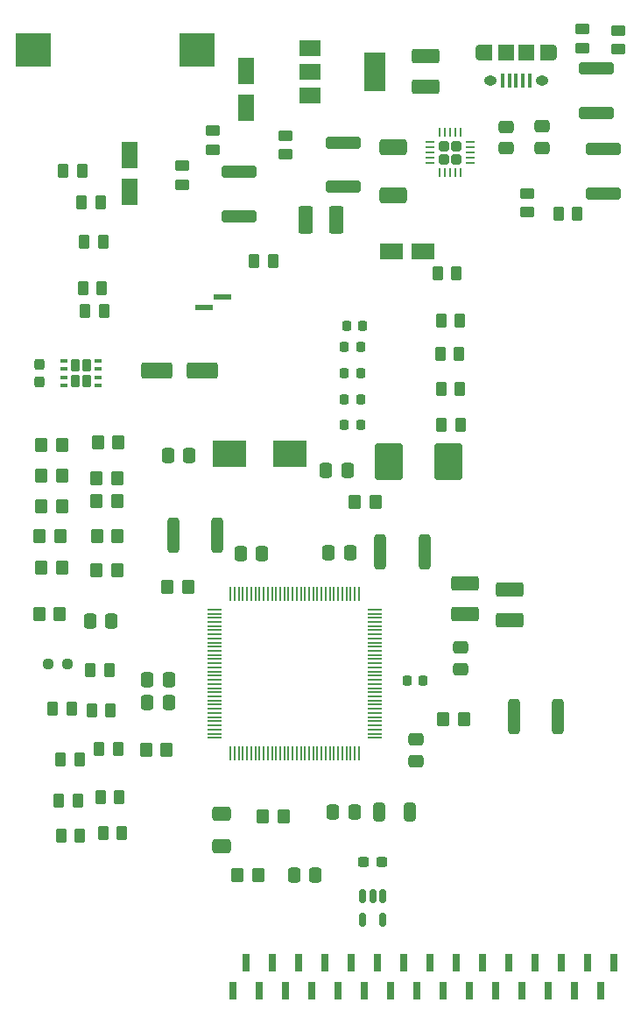
<source format=gbr>
%TF.GenerationSoftware,KiCad,Pcbnew,7.0.10*%
%TF.CreationDate,2024-02-23T13:31:41+03:00*%
%TF.ProjectId,Artorg_Board,4172746f-7267-45f4-926f-6172642e6b69,rev?*%
%TF.SameCoordinates,Original*%
%TF.FileFunction,Paste,Top*%
%TF.FilePolarity,Positive*%
%FSLAX46Y46*%
G04 Gerber Fmt 4.6, Leading zero omitted, Abs format (unit mm)*
G04 Created by KiCad (PCBNEW 7.0.10) date 2024-02-23 13:31:41*
%MOMM*%
%LPD*%
G01*
G04 APERTURE LIST*
G04 Aperture macros list*
%AMRoundRect*
0 Rectangle with rounded corners*
0 $1 Rounding radius*
0 $2 $3 $4 $5 $6 $7 $8 $9 X,Y pos of 4 corners*
0 Add a 4 corners polygon primitive as box body*
4,1,4,$2,$3,$4,$5,$6,$7,$8,$9,$2,$3,0*
0 Add four circle primitives for the rounded corners*
1,1,$1+$1,$2,$3*
1,1,$1+$1,$4,$5*
1,1,$1+$1,$6,$7*
1,1,$1+$1,$8,$9*
0 Add four rect primitives between the rounded corners*
20,1,$1+$1,$2,$3,$4,$5,0*
20,1,$1+$1,$4,$5,$6,$7,0*
20,1,$1+$1,$6,$7,$8,$9,0*
20,1,$1+$1,$8,$9,$2,$3,0*%
G04 Aperture macros list end*
%ADD10RoundRect,0.237500X0.237500X-0.300000X0.237500X0.300000X-0.237500X0.300000X-0.237500X-0.300000X0*%
%ADD11RoundRect,0.237500X0.300000X0.237500X-0.300000X0.237500X-0.300000X-0.237500X0.300000X-0.237500X0*%
%ADD12R,1.475000X0.200000*%
%ADD13R,0.200000X1.475000*%
%ADD14R,1.750000X0.600000*%
%ADD15RoundRect,0.250000X-0.350000X-0.450000X0.350000X-0.450000X0.350000X0.450000X-0.350000X0.450000X0*%
%ADD16RoundRect,0.062500X0.350000X-0.062500X0.350000X0.062500X-0.350000X0.062500X-0.350000X-0.062500X0*%
%ADD17RoundRect,0.062500X0.062500X-0.350000X0.062500X0.350000X-0.062500X0.350000X-0.062500X-0.350000X0*%
%ADD18RoundRect,0.250000X0.255000X-0.255000X0.255000X0.255000X-0.255000X0.255000X-0.255000X-0.255000X0*%
%ADD19R,3.325000X2.500000*%
%ADD20RoundRect,0.150000X-0.150000X0.512500X-0.150000X-0.512500X0.150000X-0.512500X0.150000X0.512500X0*%
%ADD21R,2.000000X1.500000*%
%ADD22R,2.000000X3.800000*%
%ADD23RoundRect,0.100000X-0.225000X-0.100000X0.225000X-0.100000X0.225000X0.100000X-0.225000X0.100000X0*%
%ADD24RoundRect,0.222500X-0.222500X-0.382500X0.222500X-0.382500X0.222500X0.382500X-0.222500X0.382500X0*%
%ADD25RoundRect,0.250000X-0.262500X-0.450000X0.262500X-0.450000X0.262500X0.450000X-0.262500X0.450000X0*%
%ADD26RoundRect,0.250000X0.350000X0.450000X-0.350000X0.450000X-0.350000X-0.450000X0.350000X-0.450000X0*%
%ADD27RoundRect,0.237500X0.250000X0.237500X-0.250000X0.237500X-0.250000X-0.237500X0.250000X-0.237500X0*%
%ADD28RoundRect,0.250000X0.262500X0.450000X-0.262500X0.450000X-0.262500X-0.450000X0.262500X-0.450000X0*%
%ADD29RoundRect,0.250000X0.450000X-0.262500X0.450000X0.262500X-0.450000X0.262500X-0.450000X-0.262500X0*%
%ADD30RoundRect,0.250000X-0.450000X0.262500X-0.450000X-0.262500X0.450000X-0.262500X0.450000X0.262500X0*%
%ADD31R,0.650000X1.800000*%
%ADD32R,1.500000X1.550000*%
%ADD33R,1.200000X1.550000*%
%ADD34R,0.400000X1.350000*%
%ADD35O,1.250000X0.950000*%
%ADD36O,0.890000X1.550000*%
%ADD37RoundRect,0.249999X-1.075001X0.512501X-1.075001X-0.512501X1.075001X-0.512501X1.075001X0.512501X0*%
%ADD38RoundRect,0.250000X-0.312500X-1.450000X0.312500X-1.450000X0.312500X1.450000X-0.312500X1.450000X0*%
%ADD39RoundRect,0.250000X0.312500X1.450000X-0.312500X1.450000X-0.312500X-1.450000X0.312500X-1.450000X0*%
%ADD40RoundRect,0.250001X-1.074999X0.462499X-1.074999X-0.462499X1.074999X-0.462499X1.074999X0.462499X0*%
%ADD41RoundRect,0.250001X1.074999X-0.462499X1.074999X0.462499X-1.074999X0.462499X-1.074999X-0.462499X0*%
%ADD42RoundRect,0.250000X1.450000X-0.312500X1.450000X0.312500X-1.450000X0.312500X-1.450000X-0.312500X0*%
%ADD43RoundRect,0.250001X-0.462499X-1.074999X0.462499X-1.074999X0.462499X1.074999X-0.462499X1.074999X0*%
%ADD44RoundRect,0.250000X-0.650000X0.412500X-0.650000X-0.412500X0.650000X-0.412500X0.650000X0.412500X0*%
%ADD45RoundRect,0.250000X-0.325000X-0.650000X0.325000X-0.650000X0.325000X0.650000X-0.325000X0.650000X0*%
%ADD46RoundRect,0.250000X-0.337500X-0.475000X0.337500X-0.475000X0.337500X0.475000X-0.337500X0.475000X0*%
%ADD47RoundRect,0.225000X-0.225000X-0.250000X0.225000X-0.250000X0.225000X0.250000X-0.225000X0.250000X0*%
%ADD48RoundRect,0.250000X0.337500X0.475000X-0.337500X0.475000X-0.337500X-0.475000X0.337500X-0.475000X0*%
%ADD49RoundRect,0.250000X0.475000X-0.337500X0.475000X0.337500X-0.475000X0.337500X-0.475000X-0.337500X0*%
%ADD50RoundRect,0.250000X-0.475000X0.337500X-0.475000X-0.337500X0.475000X-0.337500X0.475000X0.337500X0*%
%ADD51RoundRect,0.250000X-1.112500X-1.500000X1.112500X-1.500000X1.112500X1.500000X-1.112500X1.500000X0*%
%ADD52RoundRect,0.250000X-1.250000X-0.550000X1.250000X-0.550000X1.250000X0.550000X-1.250000X0.550000X0*%
%ADD53RoundRect,0.250000X0.550000X-1.050000X0.550000X1.050000X-0.550000X1.050000X-0.550000X-1.050000X0*%
%ADD54R,2.200000X1.600000*%
%ADD55R,3.500000X3.300000*%
G04 APERTURE END LIST*
D10*
%TO.C,C25*%
X153466800Y-75023600D03*
X153466800Y-73298600D03*
%TD*%
D11*
%TO.C,C26*%
X186580400Y-121437400D03*
X184855400Y-121437400D03*
%TD*%
D12*
%TO.C,IC1*%
X170433800Y-97009200D03*
X170433800Y-97409200D03*
X170433800Y-97809200D03*
X170433800Y-98209200D03*
X170433800Y-98609200D03*
X170433800Y-99009200D03*
X170433800Y-99409200D03*
X170433800Y-99809200D03*
X170433800Y-100209200D03*
X170433800Y-100609200D03*
X170433800Y-101009200D03*
X170433800Y-101409200D03*
X170433800Y-101809200D03*
X170433800Y-102209200D03*
X170433800Y-102609200D03*
X170433800Y-103009200D03*
X170433800Y-103409200D03*
X170433800Y-103809200D03*
X170433800Y-104209200D03*
X170433800Y-104609200D03*
X170433800Y-105009200D03*
X170433800Y-105409200D03*
X170433800Y-105809200D03*
X170433800Y-106209200D03*
X170433800Y-106609200D03*
X170433800Y-107009200D03*
X170433800Y-107409200D03*
X170433800Y-107809200D03*
X170433800Y-108209200D03*
X170433800Y-108609200D03*
X170433800Y-109009200D03*
X170433800Y-109409200D03*
D13*
X171971800Y-110947200D03*
X172371800Y-110947200D03*
X172771800Y-110947200D03*
X173171800Y-110947200D03*
X173571800Y-110947200D03*
X173971800Y-110947200D03*
X174371800Y-110947200D03*
X174771800Y-110947200D03*
X175171800Y-110947200D03*
X175571800Y-110947200D03*
X175971800Y-110947200D03*
X176371800Y-110947200D03*
X176771800Y-110947200D03*
X177171800Y-110947200D03*
X177571800Y-110947200D03*
X177971800Y-110947200D03*
X178371800Y-110947200D03*
X178771800Y-110947200D03*
X179171800Y-110947200D03*
X179571800Y-110947200D03*
X179971800Y-110947200D03*
X180371800Y-110947200D03*
X180771800Y-110947200D03*
X181171800Y-110947200D03*
X181571800Y-110947200D03*
X181971800Y-110947200D03*
X182371800Y-110947200D03*
X182771800Y-110947200D03*
X183171800Y-110947200D03*
X183571800Y-110947200D03*
X183971800Y-110947200D03*
X184371800Y-110947200D03*
D12*
X185909800Y-109409200D03*
X185909800Y-109009200D03*
X185909800Y-108609200D03*
X185909800Y-108209200D03*
X185909800Y-107809200D03*
X185909800Y-107409200D03*
X185909800Y-107009200D03*
X185909800Y-106609200D03*
X185909800Y-106209200D03*
X185909800Y-105809200D03*
X185909800Y-105409200D03*
X185909800Y-105009200D03*
X185909800Y-104609200D03*
X185909800Y-104209200D03*
X185909800Y-103809200D03*
X185909800Y-103409200D03*
X185909800Y-103009200D03*
X185909800Y-102609200D03*
X185909800Y-102209200D03*
X185909800Y-101809200D03*
X185909800Y-101409200D03*
X185909800Y-101009200D03*
X185909800Y-100609200D03*
X185909800Y-100209200D03*
X185909800Y-99809200D03*
X185909800Y-99409200D03*
X185909800Y-99009200D03*
X185909800Y-98609200D03*
X185909800Y-98209200D03*
X185909800Y-97809200D03*
X185909800Y-97409200D03*
X185909800Y-97009200D03*
D13*
X184371800Y-95471200D03*
X183971800Y-95471200D03*
X183571800Y-95471200D03*
X183171800Y-95471200D03*
X182771800Y-95471200D03*
X182371800Y-95471200D03*
X181971800Y-95471200D03*
X181571800Y-95471200D03*
X181171800Y-95471200D03*
X180771800Y-95471200D03*
X180371800Y-95471200D03*
X179971800Y-95471200D03*
X179571800Y-95471200D03*
X179171800Y-95471200D03*
X178771800Y-95471200D03*
X178371800Y-95471200D03*
X177971800Y-95471200D03*
X177571800Y-95471200D03*
X177171800Y-95471200D03*
X176771800Y-95471200D03*
X176371800Y-95471200D03*
X175971800Y-95471200D03*
X175571800Y-95471200D03*
X175171800Y-95471200D03*
X174771800Y-95471200D03*
X174371800Y-95471200D03*
X173971800Y-95471200D03*
X173571800Y-95471200D03*
X173171800Y-95471200D03*
X172771800Y-95471200D03*
X172371800Y-95471200D03*
X171971800Y-95471200D03*
%TD*%
D14*
%TO.C,J8*%
X171170600Y-66827400D03*
X169420600Y-67827400D03*
%TD*%
D15*
%TO.C,R32*%
X153482800Y-89916000D03*
X155482800Y-89916000D03*
%TD*%
D16*
%TO.C,U3*%
X191270300Y-53847400D03*
X191270300Y-53347400D03*
X191270300Y-52847400D03*
X191270300Y-52347400D03*
X191270300Y-51847400D03*
D17*
X192207800Y-50909900D03*
X192707800Y-50909900D03*
X193207800Y-50909900D03*
X193707800Y-50909900D03*
X194207800Y-50909900D03*
D16*
X195145300Y-51847400D03*
X195145300Y-52347400D03*
X195145300Y-52847400D03*
X195145300Y-53347400D03*
X195145300Y-53847400D03*
D17*
X194207800Y-54784900D03*
X193707800Y-54784900D03*
X193207800Y-54784900D03*
X192707800Y-54784900D03*
X192207800Y-54784900D03*
D18*
X193832800Y-53472400D03*
X192582800Y-53472400D03*
X192582800Y-52222400D03*
X193832800Y-52222400D03*
%TD*%
D19*
%TO.C,Y1*%
X171890300Y-81965800D03*
X177715300Y-81965800D03*
%TD*%
D20*
%TO.C,U4*%
X186659600Y-124750400D03*
X185709600Y-124750400D03*
X184759600Y-124750400D03*
X184759600Y-127025400D03*
X186659600Y-127025400D03*
%TD*%
D21*
%TO.C,U2*%
X179627000Y-42759600D03*
D22*
X185927000Y-45059600D03*
D21*
X179627000Y-45059600D03*
X179627000Y-47359600D03*
%TD*%
D23*
%TO.C,U1*%
X159156400Y-72974200D03*
X159156400Y-73774200D03*
X159156400Y-74574200D03*
X159156400Y-75374200D03*
X155856400Y-75374200D03*
X155856400Y-74574200D03*
X155856400Y-73774200D03*
X155856400Y-72974200D03*
D24*
X158056400Y-74924200D03*
X156956400Y-74924200D03*
X158056400Y-73424200D03*
X156956400Y-73424200D03*
%TD*%
D25*
%TO.C,R45*%
X174271800Y-63322200D03*
X176096800Y-63322200D03*
%TD*%
D15*
%TO.C,R44*%
X165894000Y-94843600D03*
X167894000Y-94843600D03*
%TD*%
D26*
%TO.C,R43*%
X185988200Y-86614000D03*
X183988200Y-86614000D03*
%TD*%
%TO.C,R42*%
X194532000Y-107645200D03*
X192532000Y-107645200D03*
%TD*%
%TO.C,R41*%
X177107600Y-116967000D03*
X175107600Y-116967000D03*
%TD*%
%TO.C,R40*%
X174643800Y-122707400D03*
X172643800Y-122707400D03*
%TD*%
D15*
%TO.C,R39*%
X159010600Y-93192600D03*
X161010600Y-93192600D03*
%TD*%
%TO.C,R38*%
X159061400Y-89941400D03*
X161061400Y-89941400D03*
%TD*%
%TO.C,R37*%
X159010600Y-86563200D03*
X161010600Y-86563200D03*
%TD*%
%TO.C,R36*%
X158985200Y-84302600D03*
X160985200Y-84302600D03*
%TD*%
%TO.C,R35*%
X159121600Y-80848200D03*
X161121600Y-80848200D03*
%TD*%
%TO.C,R34*%
X153473400Y-97459800D03*
X155473400Y-97459800D03*
%TD*%
%TO.C,R33*%
X153651200Y-92938600D03*
X155651200Y-92938600D03*
%TD*%
%TO.C,R31*%
X155651200Y-87038600D03*
X153651200Y-87038600D03*
%TD*%
%TO.C,R30*%
X153651200Y-84088600D03*
X155651200Y-84088600D03*
%TD*%
%TO.C,R29*%
X153651200Y-81138600D03*
X155651200Y-81138600D03*
%TD*%
D26*
%TO.C,R28*%
X165804600Y-110540800D03*
X163804600Y-110540800D03*
%TD*%
D27*
%TO.C,R27*%
X156159200Y-102260400D03*
X154334200Y-102260400D03*
%TD*%
D28*
%TO.C,R26*%
X157403800Y-118872000D03*
X155578800Y-118872000D03*
%TD*%
%TO.C,R25*%
X157200600Y-115468400D03*
X155375600Y-115468400D03*
%TD*%
%TO.C,R24*%
X157351100Y-111506000D03*
X155526100Y-111506000D03*
%TD*%
%TO.C,R23*%
X156616400Y-106603800D03*
X154791400Y-106603800D03*
%TD*%
D25*
%TO.C,R22*%
X158423600Y-102844600D03*
X160248600Y-102844600D03*
%TD*%
%TO.C,R21*%
X159642800Y-118592600D03*
X161467800Y-118592600D03*
%TD*%
%TO.C,R20*%
X159388800Y-115163600D03*
X161213800Y-115163600D03*
%TD*%
%TO.C,R19*%
X161086800Y-110464600D03*
X159261800Y-110464600D03*
%TD*%
%TO.C,R18*%
X158550600Y-106756200D03*
X160375600Y-106756200D03*
%TD*%
%TO.C,R17*%
X157890200Y-68148200D03*
X159715200Y-68148200D03*
%TD*%
%TO.C,R16*%
X157712400Y-65913000D03*
X159537400Y-65913000D03*
%TD*%
%TO.C,R15*%
X157814000Y-61442600D03*
X159639000Y-61442600D03*
%TD*%
%TO.C,R14*%
X157558100Y-57683400D03*
X159383100Y-57683400D03*
%TD*%
%TO.C,R13*%
X155807400Y-54584600D03*
X157632400Y-54584600D03*
%TD*%
D28*
%TO.C,R12*%
X194181100Y-79171800D03*
X192356100Y-79171800D03*
%TD*%
%TO.C,R11*%
X194155700Y-75666600D03*
X192330700Y-75666600D03*
%TD*%
%TO.C,R10*%
X194054100Y-72313800D03*
X192229100Y-72313800D03*
%TD*%
%TO.C,R9*%
X194155700Y-69088000D03*
X192330700Y-69088000D03*
%TD*%
%TO.C,R8*%
X193827400Y-64541400D03*
X192002400Y-64541400D03*
%TD*%
D29*
%TO.C,R7*%
X205943200Y-42746300D03*
X205943200Y-40921300D03*
%TD*%
%TO.C,R6*%
X209473800Y-42846000D03*
X209473800Y-41021000D03*
%TD*%
%TO.C,R5*%
X167308400Y-55952400D03*
X167308400Y-54127400D03*
%TD*%
D30*
%TO.C,R4*%
X177290600Y-51184800D03*
X177290600Y-53009800D03*
%TD*%
D28*
%TO.C,R3*%
X205511400Y-58724800D03*
X203686400Y-58724800D03*
%TD*%
D30*
%TO.C,R2*%
X200609200Y-56798200D03*
X200609200Y-58623200D03*
%TD*%
%TO.C,R1*%
X170229400Y-50753000D03*
X170229400Y-52578000D03*
%TD*%
D31*
%TO.C,J7*%
X208991200Y-131114800D03*
X207721200Y-133814800D03*
X206451200Y-131114800D03*
X205181200Y-133814800D03*
X203911200Y-131114800D03*
X202641200Y-133814800D03*
X201371200Y-131114800D03*
X200101200Y-133814800D03*
X198831200Y-131114800D03*
X197561200Y-133814800D03*
X196291200Y-131114800D03*
X195021200Y-133814800D03*
X193751200Y-131114800D03*
X192481200Y-133814800D03*
X191211200Y-131114800D03*
X189941200Y-133814800D03*
X188671200Y-131114800D03*
X187401200Y-133814800D03*
X186131200Y-131114800D03*
X184861200Y-133814800D03*
X183591200Y-131114800D03*
X182321200Y-133814800D03*
X181051200Y-131114800D03*
X179781200Y-133814800D03*
X178511200Y-131114800D03*
X177241200Y-133814800D03*
X175971200Y-131114800D03*
X174701200Y-133814800D03*
X173431200Y-131114800D03*
X172161200Y-133814800D03*
%TD*%
D32*
%TO.C,J1*%
X200577200Y-43154600D03*
D33*
X196677200Y-43154600D03*
D32*
X198577200Y-43154600D03*
D33*
X202477200Y-43154600D03*
D34*
X198277200Y-45854600D03*
X198927200Y-45854600D03*
X199577200Y-45854600D03*
X200227200Y-45854600D03*
X200877200Y-45854600D03*
D35*
X202077200Y-45854600D03*
X197077200Y-45854600D03*
D36*
X196077200Y-43154600D03*
X203077200Y-43154600D03*
%TD*%
D37*
%TO.C,FB1*%
X187680600Y-52297900D03*
X187680600Y-56972900D03*
%TD*%
D38*
%TO.C,D11*%
X166442300Y-89839800D03*
X170717300Y-89839800D03*
%TD*%
D39*
%TO.C,D10*%
X190707100Y-91414600D03*
X186432100Y-91414600D03*
%TD*%
%TO.C,D9*%
X203635700Y-107365800D03*
X199360700Y-107365800D03*
%TD*%
D40*
%TO.C,D8*%
X194665600Y-94499100D03*
X194665600Y-97474100D03*
%TD*%
D41*
%TO.C,D7*%
X198932800Y-98083700D03*
X198932800Y-95108700D03*
%TD*%
D42*
%TO.C,D6*%
X207340200Y-48996600D03*
X207340200Y-44721600D03*
%TD*%
%TO.C,D5*%
X208051400Y-56769000D03*
X208051400Y-52494000D03*
%TD*%
%TO.C,D4*%
X172820200Y-59008100D03*
X172820200Y-54733100D03*
%TD*%
%TO.C,D3*%
X182853200Y-56141800D03*
X182853200Y-51866800D03*
%TD*%
D43*
%TO.C,D2*%
X182181700Y-59359800D03*
X179206700Y-59359800D03*
%TD*%
D41*
%TO.C,D1*%
X190855600Y-46459800D03*
X190855600Y-43484800D03*
%TD*%
D44*
%TO.C,C28*%
X171069000Y-116750700D03*
X171069000Y-119875700D03*
%TD*%
D45*
%TO.C,C27*%
X186381600Y-116611400D03*
X189331600Y-116611400D03*
%TD*%
D46*
%TO.C,C24*%
X178104800Y-122707400D03*
X180179800Y-122707400D03*
%TD*%
D47*
%TO.C,C23*%
X182981000Y-79197200D03*
X184531000Y-79197200D03*
%TD*%
%TO.C,C22*%
X182981000Y-76687200D03*
X184531000Y-76687200D03*
%TD*%
%TO.C,C21*%
X182981000Y-74177200D03*
X184531000Y-74177200D03*
%TD*%
%TO.C,C20*%
X182981000Y-71667200D03*
X184531000Y-71667200D03*
%TD*%
%TO.C,C19*%
X183195200Y-69607000D03*
X184745200Y-69607000D03*
%TD*%
%TO.C,C18*%
X189051600Y-103911400D03*
X190601600Y-103911400D03*
%TD*%
D46*
%TO.C,C17*%
X181182100Y-83566000D03*
X183257100Y-83566000D03*
%TD*%
D48*
%TO.C,C16*%
X167995600Y-82118200D03*
X165920600Y-82118200D03*
%TD*%
D46*
%TO.C,C15*%
X163914000Y-103759000D03*
X165989000Y-103759000D03*
%TD*%
%TO.C,C14*%
X181871800Y-116560600D03*
X183946800Y-116560600D03*
%TD*%
%TO.C,C13*%
X181436100Y-91516200D03*
X183511100Y-91516200D03*
%TD*%
D48*
%TO.C,C12*%
X160473300Y-98145600D03*
X158398300Y-98145600D03*
%TD*%
D49*
%TO.C,C11*%
X194233800Y-102760600D03*
X194233800Y-100685600D03*
%TD*%
D50*
%TO.C,C10*%
X189915800Y-109558000D03*
X189915800Y-111633000D03*
%TD*%
D48*
%TO.C,C9*%
X175023600Y-91592400D03*
X172948600Y-91592400D03*
%TD*%
D51*
%TO.C,C8*%
X187281900Y-82727800D03*
X193006900Y-82727800D03*
%TD*%
D52*
%TO.C,C7*%
X164840200Y-73914000D03*
X169240200Y-73914000D03*
%TD*%
D53*
%TO.C,C6*%
X173455200Y-48536000D03*
X173455200Y-44936000D03*
%TD*%
D46*
%TO.C,C5*%
X163906200Y-105968800D03*
X165981200Y-105968800D03*
%TD*%
D50*
%TO.C,C4*%
X202082400Y-50321300D03*
X202082400Y-52396300D03*
%TD*%
D54*
%TO.C,C3*%
X190550800Y-62407800D03*
X187550800Y-62407800D03*
%TD*%
D49*
%TO.C,C2*%
X198602600Y-52447100D03*
X198602600Y-50372100D03*
%TD*%
D53*
%TO.C,C1*%
X162228400Y-56664000D03*
X162228400Y-53064000D03*
%TD*%
D55*
%TO.C,BT1*%
X168706600Y-42926000D03*
X152906600Y-42926000D03*
%TD*%
M02*

</source>
